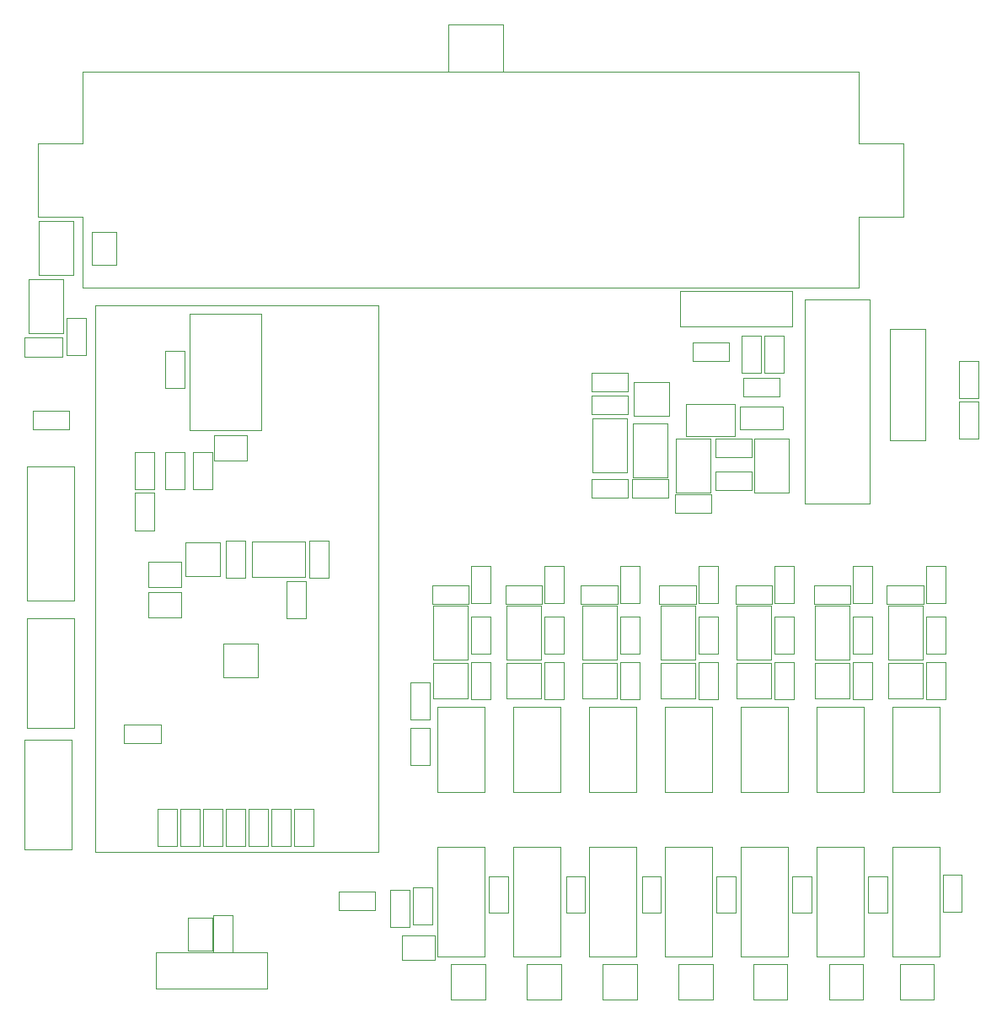
<source format=gbr>
G04 #@! TF.GenerationSoftware,KiCad,Pcbnew,(5.1.5)-3*
G04 #@! TF.CreationDate,2020-11-29T03:44:09+01:00*
G04 #@! TF.ProjectId,PlantCtrlESP32,506c616e-7443-4747-926c-45535033322e,rev?*
G04 #@! TF.SameCoordinates,Original*
G04 #@! TF.FileFunction,Other,User*
%FSLAX46Y46*%
G04 Gerber Fmt 4.6, Leading zero omitted, Abs format (unit mm)*
G04 Created by KiCad (PCBNEW (5.1.5)-3) date 2020-11-29 03:44:09*
%MOMM*%
%LPD*%
G04 APERTURE LIST*
%ADD10C,0.050000*%
G04 APERTURE END LIST*
D10*
X212024000Y-125658000D02*
X212024000Y-129358000D01*
X210124000Y-125658000D02*
X212024000Y-125658000D01*
X210124000Y-129358000D02*
X210124000Y-125658000D01*
X212024000Y-129358000D02*
X210124000Y-129358000D01*
X211770000Y-109656000D02*
X211770000Y-113356000D01*
X209870000Y-109656000D02*
X211770000Y-109656000D01*
X209870000Y-113356000D02*
X209870000Y-109656000D01*
X211770000Y-113356000D02*
X209870000Y-113356000D01*
X263586000Y-103052000D02*
X263586000Y-106752000D01*
X261686000Y-103052000D02*
X263586000Y-103052000D01*
X261686000Y-106752000D02*
X261686000Y-103052000D01*
X263586000Y-106752000D02*
X261686000Y-106752000D01*
X240726000Y-103015500D02*
X240726000Y-106715500D01*
X238826000Y-103015500D02*
X240726000Y-103015500D01*
X238826000Y-106715500D02*
X238826000Y-103015500D01*
X240726000Y-106715500D02*
X238826000Y-106715500D01*
X256220000Y-103052000D02*
X256220000Y-106752000D01*
X254320000Y-103052000D02*
X256220000Y-103052000D01*
X254320000Y-106752000D02*
X254320000Y-103052000D01*
X256220000Y-106752000D02*
X254320000Y-106752000D01*
X232852000Y-103015500D02*
X232852000Y-106715500D01*
X230952000Y-103015500D02*
X232852000Y-103015500D01*
X230952000Y-106715500D02*
X230952000Y-103015500D01*
X232852000Y-106715500D02*
X230952000Y-106715500D01*
X248346000Y-103052000D02*
X248346000Y-106752000D01*
X246446000Y-103052000D02*
X248346000Y-103052000D01*
X246446000Y-106752000D02*
X246446000Y-103052000D01*
X248346000Y-106752000D02*
X246446000Y-106752000D01*
X225232000Y-103015500D02*
X225232000Y-106715500D01*
X223332000Y-103015500D02*
X225232000Y-103015500D01*
X223332000Y-106715500D02*
X223332000Y-103015500D01*
X225232000Y-106715500D02*
X223332000Y-106715500D01*
X217866000Y-103052000D02*
X217866000Y-106752000D01*
X215966000Y-103052000D02*
X217866000Y-103052000D01*
X215966000Y-106752000D02*
X215966000Y-103052000D01*
X217866000Y-106752000D02*
X215966000Y-106752000D01*
X187132000Y-71810000D02*
X187132000Y-75510000D01*
X185232000Y-71810000D02*
X187132000Y-71810000D01*
X185232000Y-75510000D02*
X185232000Y-71810000D01*
X187132000Y-75510000D02*
X185232000Y-75510000D01*
X243260000Y-74488000D02*
X246960000Y-74488000D01*
X243260000Y-76388000D02*
X243260000Y-74488000D01*
X246960000Y-76388000D02*
X243260000Y-76388000D01*
X246960000Y-74488000D02*
X246960000Y-76388000D01*
X241880000Y-72832000D02*
X238180000Y-72832000D01*
X241880000Y-70932000D02*
X241880000Y-72832000D01*
X238180000Y-70932000D02*
X241880000Y-70932000D01*
X238180000Y-72832000D02*
X238180000Y-70932000D01*
X235811000Y-78281000D02*
X232311000Y-78281000D01*
X235811000Y-74881000D02*
X235811000Y-78281000D01*
X232311000Y-74881000D02*
X235811000Y-74881000D01*
X232311000Y-78281000D02*
X232311000Y-74881000D01*
X209028000Y-130434000D02*
X212328000Y-130434000D01*
X209028000Y-130434000D02*
X209028000Y-132934000D01*
X212328000Y-132934000D02*
X212328000Y-130434000D01*
X212328000Y-132934000D02*
X209028000Y-132934000D01*
X182154000Y-89785500D02*
X182154000Y-86025500D01*
X184114000Y-89785500D02*
X182154000Y-89785500D01*
X184114000Y-86025500D02*
X184114000Y-89785500D01*
X182154000Y-86025500D02*
X184114000Y-86025500D01*
X258042000Y-69574000D02*
X261592000Y-69574000D01*
X261592000Y-69574000D02*
X261592000Y-80774000D01*
X261592000Y-80774000D02*
X258042000Y-80774000D01*
X258042000Y-80774000D02*
X258042000Y-69574000D01*
X195475000Y-135785000D02*
X195475000Y-132185000D01*
X184275000Y-135785000D02*
X195475000Y-135785000D01*
X184275000Y-132185000D02*
X184275000Y-135785000D01*
X195475000Y-132185000D02*
X184275000Y-132185000D01*
X194877000Y-79729000D02*
X187647000Y-79729000D01*
X194877000Y-68099000D02*
X194877000Y-79729000D01*
X187647000Y-68099000D02*
X194877000Y-68099000D01*
X187647000Y-79729000D02*
X187647000Y-68099000D01*
X228020000Y-73980000D02*
X231720000Y-73980000D01*
X228020000Y-75880000D02*
X228020000Y-73980000D01*
X231720000Y-75880000D02*
X228020000Y-75880000D01*
X231720000Y-73980000D02*
X231720000Y-75880000D01*
X181046000Y-109286000D02*
X184746000Y-109286000D01*
X181046000Y-111186000D02*
X181046000Y-109286000D01*
X184746000Y-111186000D02*
X181046000Y-111186000D01*
X184746000Y-109286000D02*
X184746000Y-111186000D01*
X265237000Y-124388000D02*
X265237000Y-128088000D01*
X263337000Y-124388000D02*
X265237000Y-124388000D01*
X263337000Y-128088000D02*
X263337000Y-124388000D01*
X265237000Y-128088000D02*
X263337000Y-128088000D01*
X193228000Y-90860000D02*
X193228000Y-94560000D01*
X191328000Y-90860000D02*
X193228000Y-90860000D01*
X191328000Y-94560000D02*
X191328000Y-90860000D01*
X193228000Y-94560000D02*
X191328000Y-94560000D01*
X261686000Y-97100000D02*
X261686000Y-93400000D01*
X263586000Y-97100000D02*
X261686000Y-97100000D01*
X263586000Y-93400000D02*
X263586000Y-97100000D01*
X261686000Y-93400000D02*
X263586000Y-93400000D01*
X197424000Y-98624000D02*
X197424000Y-94924000D01*
X199324000Y-98624000D02*
X197424000Y-98624000D01*
X199324000Y-94924000D02*
X199324000Y-98624000D01*
X197424000Y-94924000D02*
X199324000Y-94924000D01*
X257744000Y-124515000D02*
X257744000Y-128215000D01*
X255844000Y-124515000D02*
X257744000Y-124515000D01*
X255844000Y-128215000D02*
X255844000Y-124515000D01*
X257744000Y-128215000D02*
X255844000Y-128215000D01*
X254320000Y-97100000D02*
X254320000Y-93400000D01*
X256220000Y-97100000D02*
X254320000Y-97100000D01*
X256220000Y-93400000D02*
X256220000Y-97100000D01*
X254320000Y-93400000D02*
X256220000Y-93400000D01*
X250124000Y-124515000D02*
X250124000Y-128215000D01*
X248224000Y-124515000D02*
X250124000Y-124515000D01*
X248224000Y-128215000D02*
X248224000Y-124515000D01*
X250124000Y-128215000D02*
X248224000Y-128215000D01*
X246446000Y-97100000D02*
X246446000Y-93400000D01*
X248346000Y-97100000D02*
X246446000Y-97100000D01*
X248346000Y-93400000D02*
X248346000Y-97100000D01*
X246446000Y-93400000D02*
X248346000Y-93400000D01*
X242504000Y-124515000D02*
X242504000Y-128215000D01*
X240604000Y-124515000D02*
X242504000Y-124515000D01*
X240604000Y-128215000D02*
X240604000Y-124515000D01*
X242504000Y-128215000D02*
X240604000Y-128215000D01*
X238826000Y-97116000D02*
X238826000Y-93416000D01*
X240726000Y-97116000D02*
X238826000Y-97116000D01*
X240726000Y-93416000D02*
X240726000Y-97116000D01*
X238826000Y-93416000D02*
X240726000Y-93416000D01*
X235011000Y-124515000D02*
X235011000Y-128215000D01*
X233111000Y-124515000D02*
X235011000Y-124515000D01*
X233111000Y-128215000D02*
X233111000Y-124515000D01*
X235011000Y-128215000D02*
X233111000Y-128215000D01*
X230952000Y-97116000D02*
X230952000Y-93416000D01*
X232852000Y-97116000D02*
X230952000Y-97116000D01*
X232852000Y-93416000D02*
X232852000Y-97116000D01*
X230952000Y-93416000D02*
X232852000Y-93416000D01*
X227391000Y-124499000D02*
X227391000Y-128199000D01*
X225491000Y-124499000D02*
X227391000Y-124499000D01*
X225491000Y-128199000D02*
X225491000Y-124499000D01*
X227391000Y-128199000D02*
X225491000Y-128199000D01*
X223332000Y-97116000D02*
X223332000Y-93416000D01*
X225232000Y-97116000D02*
X223332000Y-97116000D01*
X225232000Y-93416000D02*
X225232000Y-97116000D01*
X223332000Y-93416000D02*
X225232000Y-93416000D01*
X219644000Y-124499000D02*
X219644000Y-128199000D01*
X217744000Y-124499000D02*
X219644000Y-124499000D01*
X217744000Y-128199000D02*
X217744000Y-124499000D01*
X219644000Y-128199000D02*
X217744000Y-128199000D01*
X215966000Y-97100000D02*
X215966000Y-93400000D01*
X217866000Y-97100000D02*
X215966000Y-97100000D01*
X217866000Y-93400000D02*
X217866000Y-97100000D01*
X215966000Y-93400000D02*
X217866000Y-93400000D01*
X207838000Y-129612000D02*
X207838000Y-125912000D01*
X209738000Y-129612000D02*
X207838000Y-129612000D01*
X209738000Y-125912000D02*
X209738000Y-129612000D01*
X207838000Y-125912000D02*
X209738000Y-125912000D01*
X209870000Y-108784000D02*
X209870000Y-105084000D01*
X211770000Y-108784000D02*
X209870000Y-108784000D01*
X211770000Y-105084000D02*
X211770000Y-108784000D01*
X209870000Y-105084000D02*
X211770000Y-105084000D01*
X235784000Y-86548000D02*
X232084000Y-86548000D01*
X235784000Y-84648000D02*
X235784000Y-86548000D01*
X232084000Y-84648000D02*
X235784000Y-84648000D01*
X232084000Y-86548000D02*
X232084000Y-84648000D01*
X240102000Y-88072000D02*
X236402000Y-88072000D01*
X240102000Y-86172000D02*
X240102000Y-88072000D01*
X236402000Y-86172000D02*
X240102000Y-86172000D01*
X236402000Y-88072000D02*
X236402000Y-86172000D01*
X206320000Y-127950000D02*
X202620000Y-127950000D01*
X206320000Y-126050000D02*
X206320000Y-127950000D01*
X202620000Y-126050000D02*
X206320000Y-126050000D01*
X202620000Y-127950000D02*
X202620000Y-126050000D01*
X228020000Y-84648000D02*
X231720000Y-84648000D01*
X228020000Y-86548000D02*
X228020000Y-84648000D01*
X231720000Y-86548000D02*
X228020000Y-86548000D01*
X231720000Y-84648000D02*
X231720000Y-86548000D01*
X244166000Y-82484000D02*
X240466000Y-82484000D01*
X244166000Y-80584000D02*
X244166000Y-82484000D01*
X240466000Y-80584000D02*
X244166000Y-80584000D01*
X240466000Y-82484000D02*
X240466000Y-80584000D01*
X228020000Y-76266000D02*
X231720000Y-76266000D01*
X228020000Y-78166000D02*
X228020000Y-76266000D01*
X231720000Y-78166000D02*
X228020000Y-78166000D01*
X231720000Y-76266000D02*
X231720000Y-78166000D01*
X240466000Y-83886000D02*
X244166000Y-83886000D01*
X240466000Y-85786000D02*
X240466000Y-83886000D01*
X244166000Y-85786000D02*
X240466000Y-85786000D01*
X244166000Y-83886000D02*
X244166000Y-85786000D01*
X257722000Y-95316000D02*
X261422000Y-95316000D01*
X257722000Y-97216000D02*
X257722000Y-95316000D01*
X261422000Y-97216000D02*
X257722000Y-97216000D01*
X261422000Y-95316000D02*
X261422000Y-97216000D01*
X261686000Y-102164000D02*
X261686000Y-98464000D01*
X263586000Y-102164000D02*
X261686000Y-102164000D01*
X263586000Y-98464000D02*
X263586000Y-102164000D01*
X261686000Y-98464000D02*
X263586000Y-98464000D01*
X234862000Y-95316000D02*
X238562000Y-95316000D01*
X234862000Y-97216000D02*
X234862000Y-95316000D01*
X238562000Y-97216000D02*
X234862000Y-97216000D01*
X238562000Y-95316000D02*
X238562000Y-97216000D01*
X201610000Y-90860000D02*
X201610000Y-94560000D01*
X199710000Y-90860000D02*
X201610000Y-90860000D01*
X199710000Y-94560000D02*
X199710000Y-90860000D01*
X201610000Y-94560000D02*
X199710000Y-94560000D01*
X238826000Y-102196000D02*
X238826000Y-98496000D01*
X240726000Y-102196000D02*
X238826000Y-102196000D01*
X240726000Y-98496000D02*
X240726000Y-102196000D01*
X238826000Y-98496000D02*
X240726000Y-98496000D01*
X250372000Y-95316000D02*
X254072000Y-95316000D01*
X250372000Y-97216000D02*
X250372000Y-95316000D01*
X254072000Y-97216000D02*
X250372000Y-97216000D01*
X254072000Y-95316000D02*
X254072000Y-97216000D01*
X254320000Y-102180000D02*
X254320000Y-98480000D01*
X256220000Y-102180000D02*
X254320000Y-102180000D01*
X256220000Y-98480000D02*
X256220000Y-102180000D01*
X254320000Y-98480000D02*
X256220000Y-98480000D01*
X226988000Y-95316000D02*
X230688000Y-95316000D01*
X226988000Y-97216000D02*
X226988000Y-95316000D01*
X230688000Y-97216000D02*
X226988000Y-97216000D01*
X230688000Y-95316000D02*
X230688000Y-97216000D01*
X230952000Y-102196000D02*
X230952000Y-98496000D01*
X232852000Y-102196000D02*
X230952000Y-102196000D01*
X232852000Y-98496000D02*
X232852000Y-102196000D01*
X230952000Y-98496000D02*
X232852000Y-98496000D01*
X242498000Y-95316000D02*
X246198000Y-95316000D01*
X242498000Y-97216000D02*
X242498000Y-95316000D01*
X246198000Y-97216000D02*
X242498000Y-97216000D01*
X246198000Y-95316000D02*
X246198000Y-97216000D01*
X246446000Y-102180000D02*
X246446000Y-98480000D01*
X248346000Y-102180000D02*
X246446000Y-102180000D01*
X248346000Y-98480000D02*
X248346000Y-102180000D01*
X246446000Y-98480000D02*
X248346000Y-98480000D01*
X223084000Y-97216000D02*
X219384000Y-97216000D01*
X223084000Y-95316000D02*
X223084000Y-97216000D01*
X219384000Y-95316000D02*
X223084000Y-95316000D01*
X219384000Y-97216000D02*
X219384000Y-95316000D01*
X223332000Y-102180000D02*
X223332000Y-98480000D01*
X225232000Y-102180000D02*
X223332000Y-102180000D01*
X225232000Y-98480000D02*
X225232000Y-102180000D01*
X223332000Y-98480000D02*
X225232000Y-98480000D01*
X212018000Y-95316000D02*
X215718000Y-95316000D01*
X212018000Y-97216000D02*
X212018000Y-95316000D01*
X215718000Y-97216000D02*
X212018000Y-97216000D01*
X215718000Y-95316000D02*
X215718000Y-97216000D01*
X215966000Y-102180000D02*
X215966000Y-98480000D01*
X217866000Y-102180000D02*
X215966000Y-102180000D01*
X217866000Y-98480000D02*
X217866000Y-102180000D01*
X215966000Y-98480000D02*
X217866000Y-98480000D01*
X185232000Y-85670000D02*
X185232000Y-81970000D01*
X187132000Y-85670000D02*
X185232000Y-85670000D01*
X187132000Y-81970000D02*
X187132000Y-85670000D01*
X185232000Y-81970000D02*
X187132000Y-81970000D01*
X189926000Y-81970000D02*
X189926000Y-85670000D01*
X188026000Y-81970000D02*
X189926000Y-81970000D01*
X188026000Y-85670000D02*
X188026000Y-81970000D01*
X189926000Y-85670000D02*
X188026000Y-85670000D01*
X266888000Y-72826000D02*
X266888000Y-76526000D01*
X264988000Y-72826000D02*
X266888000Y-72826000D01*
X264988000Y-76526000D02*
X264988000Y-72826000D01*
X266888000Y-76526000D02*
X264988000Y-76526000D01*
X266888000Y-76890000D02*
X266888000Y-80590000D01*
X264988000Y-76890000D02*
X266888000Y-76890000D01*
X264988000Y-80590000D02*
X264988000Y-76890000D01*
X266888000Y-80590000D02*
X264988000Y-80590000D01*
X235684000Y-84488000D02*
X232184000Y-84488000D01*
X235684000Y-79088000D02*
X235684000Y-84488000D01*
X232184000Y-79088000D02*
X235684000Y-79088000D01*
X232184000Y-84488000D02*
X232184000Y-79088000D01*
X240002000Y-86012000D02*
X236502000Y-86012000D01*
X240002000Y-80612000D02*
X240002000Y-86012000D01*
X236502000Y-80612000D02*
X240002000Y-80612000D01*
X236502000Y-86012000D02*
X236502000Y-80612000D01*
X228120000Y-78580000D02*
X231620000Y-78580000D01*
X228120000Y-83980000D02*
X228120000Y-78580000D01*
X231620000Y-83980000D02*
X228120000Y-83980000D01*
X231620000Y-78580000D02*
X231620000Y-83980000D01*
X247876000Y-86012000D02*
X244376000Y-86012000D01*
X247876000Y-80612000D02*
X247876000Y-86012000D01*
X244376000Y-80612000D02*
X247876000Y-80612000D01*
X244376000Y-86012000D02*
X244376000Y-80612000D01*
X257838000Y-97376000D02*
X261338000Y-97376000D01*
X257838000Y-102776000D02*
X257838000Y-97376000D01*
X261338000Y-102776000D02*
X257838000Y-102776000D01*
X261338000Y-97376000D02*
X261338000Y-102776000D01*
X234978000Y-97376000D02*
X238478000Y-97376000D01*
X234978000Y-102776000D02*
X234978000Y-97376000D01*
X238478000Y-102776000D02*
X234978000Y-102776000D01*
X238478000Y-97376000D02*
X238478000Y-102776000D01*
X199296000Y-90960000D02*
X199296000Y-94460000D01*
X193896000Y-90960000D02*
X199296000Y-90960000D01*
X193896000Y-94460000D02*
X193896000Y-90960000D01*
X199296000Y-94460000D02*
X193896000Y-94460000D01*
X250472000Y-97376000D02*
X253972000Y-97376000D01*
X250472000Y-102776000D02*
X250472000Y-97376000D01*
X253972000Y-102776000D02*
X250472000Y-102776000D01*
X253972000Y-97376000D02*
X253972000Y-102776000D01*
X227104000Y-97376000D02*
X230604000Y-97376000D01*
X227104000Y-102776000D02*
X227104000Y-97376000D01*
X230604000Y-102776000D02*
X227104000Y-102776000D01*
X230604000Y-97376000D02*
X230604000Y-102776000D01*
X242598000Y-97376000D02*
X246098000Y-97376000D01*
X242598000Y-102776000D02*
X242598000Y-97376000D01*
X246098000Y-102776000D02*
X242598000Y-102776000D01*
X246098000Y-97376000D02*
X246098000Y-102776000D01*
X219484000Y-97376000D02*
X222984000Y-97376000D01*
X219484000Y-102776000D02*
X219484000Y-97376000D01*
X222984000Y-102776000D02*
X219484000Y-102776000D01*
X222984000Y-97376000D02*
X222984000Y-102776000D01*
X212118000Y-97376000D02*
X215618000Y-97376000D01*
X212118000Y-102776000D02*
X212118000Y-97376000D01*
X215618000Y-102776000D02*
X212118000Y-102776000D01*
X215618000Y-97376000D02*
X215618000Y-102776000D01*
X175836000Y-121792000D02*
X175836000Y-110792000D01*
X171036000Y-121792000D02*
X175836000Y-121792000D01*
X171036000Y-110792000D02*
X171036000Y-121792000D01*
X175836000Y-110792000D02*
X171036000Y-110792000D01*
X255980000Y-66634000D02*
X255980000Y-87134000D01*
X255980000Y-66634000D02*
X249480000Y-66634000D01*
X249480000Y-87134000D02*
X255980000Y-87134000D01*
X249480000Y-87134000D02*
X249480000Y-66634000D01*
X198156000Y-121514000D02*
X198156000Y-117754000D01*
X200116000Y-121514000D02*
X198156000Y-121514000D01*
X200116000Y-117754000D02*
X200116000Y-121514000D01*
X198156000Y-117754000D02*
X200116000Y-117754000D01*
X195870000Y-121514000D02*
X195870000Y-117754000D01*
X197830000Y-121514000D02*
X195870000Y-121514000D01*
X197830000Y-117754000D02*
X197830000Y-121514000D01*
X195870000Y-117754000D02*
X197830000Y-117754000D01*
X193584000Y-121514000D02*
X193584000Y-117754000D01*
X195544000Y-121514000D02*
X193584000Y-121514000D01*
X195544000Y-117754000D02*
X195544000Y-121514000D01*
X193584000Y-117754000D02*
X195544000Y-117754000D01*
X191298000Y-121514000D02*
X191298000Y-117754000D01*
X193258000Y-121514000D02*
X191298000Y-121514000D01*
X193258000Y-117754000D02*
X193258000Y-121514000D01*
X191298000Y-117754000D02*
X193258000Y-117754000D01*
X189012000Y-121514000D02*
X189012000Y-117754000D01*
X190972000Y-121514000D02*
X189012000Y-121514000D01*
X190972000Y-117754000D02*
X190972000Y-121514000D01*
X189012000Y-117754000D02*
X190972000Y-117754000D01*
X186726000Y-121514000D02*
X186726000Y-117754000D01*
X188686000Y-121514000D02*
X186726000Y-121514000D01*
X188686000Y-117754000D02*
X188686000Y-121514000D01*
X186726000Y-117754000D02*
X188686000Y-117754000D01*
X184440000Y-121514000D02*
X184440000Y-117754000D01*
X186400000Y-121514000D02*
X184440000Y-121514000D01*
X186400000Y-117754000D02*
X186400000Y-121514000D01*
X184440000Y-117754000D02*
X186400000Y-117754000D01*
X184114000Y-81940000D02*
X184114000Y-85700000D01*
X182154000Y-81940000D02*
X184114000Y-81940000D01*
X182154000Y-85700000D02*
X182154000Y-81940000D01*
X184114000Y-85700000D02*
X182154000Y-85700000D01*
X175326000Y-72208000D02*
X175326000Y-68508000D01*
X177226000Y-72208000D02*
X175326000Y-72208000D01*
X177226000Y-68508000D02*
X177226000Y-72208000D01*
X175326000Y-68508000D02*
X177226000Y-68508000D01*
X171886000Y-77790000D02*
X175586000Y-77790000D01*
X171886000Y-79690000D02*
X171886000Y-77790000D01*
X175586000Y-79690000D02*
X171886000Y-79690000D01*
X175586000Y-77790000D02*
X175586000Y-79690000D01*
X243144000Y-73986000D02*
X243144000Y-70286000D01*
X245044000Y-73986000D02*
X243144000Y-73986000D01*
X245044000Y-70286000D02*
X245044000Y-73986000D01*
X243144000Y-70286000D02*
X245044000Y-70286000D01*
X247330000Y-70286000D02*
X247330000Y-73986000D01*
X245430000Y-70286000D02*
X247330000Y-70286000D01*
X245430000Y-73986000D02*
X245430000Y-70286000D01*
X247330000Y-73986000D02*
X245430000Y-73986000D01*
X191958000Y-128452000D02*
X191958000Y-132152000D01*
X190058000Y-128452000D02*
X191958000Y-128452000D01*
X190058000Y-132152000D02*
X190058000Y-128452000D01*
X191958000Y-132152000D02*
X190058000Y-132152000D01*
X242443500Y-80320000D02*
X237543500Y-80320000D01*
X242443500Y-77160000D02*
X242443500Y-80320000D01*
X237543500Y-77160000D02*
X242443500Y-77160000D01*
X237543500Y-80320000D02*
X237543500Y-77160000D01*
X193420000Y-82784000D02*
X190120000Y-82784000D01*
X193420000Y-82784000D02*
X193420000Y-80284000D01*
X190120000Y-80284000D02*
X190120000Y-82784000D01*
X190120000Y-80284000D02*
X193420000Y-80284000D01*
X187472000Y-131952000D02*
X187472000Y-128652000D01*
X187472000Y-131952000D02*
X189972000Y-131952000D01*
X189972000Y-128652000D02*
X187472000Y-128652000D01*
X189972000Y-128652000D02*
X189972000Y-131952000D01*
X183516000Y-96032000D02*
X186816000Y-96032000D01*
X183516000Y-96032000D02*
X183516000Y-98532000D01*
X186816000Y-98532000D02*
X186816000Y-96032000D01*
X186816000Y-98532000D02*
X183516000Y-98532000D01*
X183516000Y-92984000D02*
X186816000Y-92984000D01*
X183516000Y-92984000D02*
X183516000Y-95484000D01*
X186816000Y-95484000D02*
X186816000Y-92984000D01*
X186816000Y-95484000D02*
X183516000Y-95484000D01*
X177820000Y-63118000D02*
X177820000Y-59818000D01*
X177820000Y-63118000D02*
X180320000Y-63118000D01*
X180320000Y-59818000D02*
X177820000Y-59818000D01*
X180320000Y-59818000D02*
X180320000Y-63118000D01*
X248160000Y-69364000D02*
X236960000Y-69364000D01*
X248160000Y-65814000D02*
X248160000Y-69364000D01*
X236960000Y-65814000D02*
X248160000Y-65814000D01*
X236960000Y-69364000D02*
X236960000Y-65814000D01*
X176090000Y-109600000D02*
X176090000Y-98600000D01*
X171290000Y-109600000D02*
X176090000Y-109600000D01*
X171290000Y-98600000D02*
X171290000Y-109600000D01*
X176090000Y-98600000D02*
X171290000Y-98600000D01*
X259031000Y-136878000D02*
X259031000Y-133378000D01*
X262431000Y-136878000D02*
X259031000Y-136878000D01*
X262431000Y-133378000D02*
X262431000Y-136878000D01*
X259031000Y-133378000D02*
X262431000Y-133378000D01*
X191036000Y-101170000D02*
X194536000Y-101170000D01*
X191036000Y-104570000D02*
X191036000Y-101170000D01*
X194536000Y-104570000D02*
X191036000Y-104570000D01*
X194536000Y-101170000D02*
X194536000Y-104570000D01*
X187226000Y-91010000D02*
X190726000Y-91010000D01*
X187226000Y-94410000D02*
X187226000Y-91010000D01*
X190726000Y-94410000D02*
X187226000Y-94410000D01*
X190726000Y-91010000D02*
X190726000Y-94410000D01*
X251919000Y-136878000D02*
X251919000Y-133378000D01*
X255319000Y-136878000D02*
X251919000Y-136878000D01*
X255319000Y-133378000D02*
X255319000Y-136878000D01*
X251919000Y-133378000D02*
X255319000Y-133378000D01*
X244299000Y-136878000D02*
X244299000Y-133378000D01*
X247699000Y-136878000D02*
X244299000Y-136878000D01*
X247699000Y-133378000D02*
X247699000Y-136878000D01*
X244299000Y-133378000D02*
X247699000Y-133378000D01*
X236806000Y-136878000D02*
X236806000Y-133378000D01*
X240206000Y-136878000D02*
X236806000Y-136878000D01*
X240206000Y-133378000D02*
X240206000Y-136878000D01*
X236806000Y-133378000D02*
X240206000Y-133378000D01*
X229186000Y-136878000D02*
X229186000Y-133378000D01*
X232586000Y-136878000D02*
X229186000Y-136878000D01*
X232586000Y-133378000D02*
X232586000Y-136878000D01*
X229186000Y-133378000D02*
X232586000Y-133378000D01*
X221566000Y-136878000D02*
X221566000Y-133378000D01*
X224966000Y-136878000D02*
X221566000Y-136878000D01*
X224966000Y-133378000D02*
X224966000Y-136878000D01*
X221566000Y-133378000D02*
X224966000Y-133378000D01*
X213946000Y-136878000D02*
X213946000Y-133378000D01*
X217346000Y-136878000D02*
X213946000Y-136878000D01*
X217346000Y-133378000D02*
X217346000Y-136878000D01*
X213946000Y-133378000D02*
X217346000Y-133378000D01*
X247310000Y-79636000D02*
X247310000Y-77336000D01*
X242910000Y-77336000D02*
X247310000Y-77336000D01*
X242910000Y-79636000D02*
X242910000Y-77336000D01*
X247310000Y-79636000D02*
X242910000Y-79636000D01*
X172400000Y-50930000D02*
X172400000Y-58290000D01*
X176870000Y-43780000D02*
X176870000Y-50930000D01*
X254930000Y-43780000D02*
X176870000Y-43780000D01*
X254930000Y-65440000D02*
X176870000Y-65440000D01*
X176870000Y-65440000D02*
X176870000Y-58290000D01*
X254930000Y-43780000D02*
X254930000Y-50930000D01*
X254930000Y-65440000D02*
X254930000Y-58290000D01*
X176870000Y-50930000D02*
X172400000Y-50930000D01*
X172400000Y-58290000D02*
X176870000Y-58290000D01*
X259400000Y-58290000D02*
X254930000Y-58290000D01*
X259400000Y-50930000D02*
X259400000Y-58290000D01*
X254930000Y-50930000D02*
X259400000Y-50930000D01*
X178205000Y-67215000D02*
X206605000Y-67215000D01*
X206605000Y-67215000D02*
X206605000Y-122115000D01*
X206605000Y-122115000D02*
X178205000Y-122115000D01*
X178205000Y-122115000D02*
X178205000Y-67215000D01*
X219138000Y-43793000D02*
X213678000Y-43793000D01*
X219138000Y-43793000D02*
X219138000Y-39053000D01*
X213678000Y-39053000D02*
X213678000Y-43793000D01*
X213678000Y-39053000D02*
X219138000Y-39053000D01*
X258250000Y-121540000D02*
X258250000Y-132540000D01*
X263050000Y-121540000D02*
X258250000Y-121540000D01*
X263050000Y-132540000D02*
X263050000Y-121540000D01*
X258250000Y-132540000D02*
X263050000Y-132540000D01*
X250630000Y-121540000D02*
X250630000Y-132540000D01*
X255430000Y-121540000D02*
X250630000Y-121540000D01*
X255430000Y-132540000D02*
X255430000Y-121540000D01*
X250630000Y-132540000D02*
X255430000Y-132540000D01*
X243010000Y-121540000D02*
X243010000Y-132540000D01*
X247810000Y-121540000D02*
X243010000Y-121540000D01*
X247810000Y-132540000D02*
X247810000Y-121540000D01*
X243010000Y-132540000D02*
X247810000Y-132540000D01*
X235390000Y-121540000D02*
X235390000Y-132540000D01*
X240190000Y-121540000D02*
X235390000Y-121540000D01*
X240190000Y-132540000D02*
X240190000Y-121540000D01*
X235390000Y-132540000D02*
X240190000Y-132540000D01*
X227770000Y-121540000D02*
X227770000Y-132540000D01*
X232570000Y-121540000D02*
X227770000Y-121540000D01*
X232570000Y-132540000D02*
X232570000Y-121540000D01*
X227770000Y-132540000D02*
X232570000Y-132540000D01*
X220150000Y-121540000D02*
X220150000Y-132540000D01*
X224950000Y-121540000D02*
X220150000Y-121540000D01*
X224950000Y-132540000D02*
X224950000Y-121540000D01*
X220150000Y-132540000D02*
X224950000Y-132540000D01*
X212530000Y-121540000D02*
X212530000Y-132540000D01*
X217330000Y-121540000D02*
X212530000Y-121540000D01*
X217330000Y-132540000D02*
X217330000Y-121540000D01*
X212530000Y-132540000D02*
X217330000Y-132540000D01*
X258250000Y-107530000D02*
X258250000Y-116030000D01*
X263050000Y-107530000D02*
X258250000Y-107530000D01*
X263050000Y-116030000D02*
X263050000Y-107530000D01*
X258250000Y-116030000D02*
X263050000Y-116030000D01*
X250630000Y-107530000D02*
X250630000Y-116030000D01*
X255430000Y-107530000D02*
X250630000Y-107530000D01*
X255430000Y-116030000D02*
X255430000Y-107530000D01*
X250630000Y-116030000D02*
X255430000Y-116030000D01*
X243010000Y-107530000D02*
X243010000Y-116030000D01*
X247810000Y-107530000D02*
X243010000Y-107530000D01*
X247810000Y-116030000D02*
X247810000Y-107530000D01*
X243010000Y-116030000D02*
X247810000Y-116030000D01*
X235390000Y-107530000D02*
X235390000Y-116030000D01*
X240190000Y-107530000D02*
X235390000Y-107530000D01*
X240190000Y-116030000D02*
X240190000Y-107530000D01*
X235390000Y-116030000D02*
X240190000Y-116030000D01*
X227770000Y-107530000D02*
X227770000Y-116030000D01*
X232570000Y-107530000D02*
X227770000Y-107530000D01*
X232570000Y-116030000D02*
X232570000Y-107530000D01*
X227770000Y-116030000D02*
X232570000Y-116030000D01*
X220150000Y-107530000D02*
X220150000Y-116030000D01*
X224950000Y-107530000D02*
X220150000Y-107530000D01*
X224950000Y-116030000D02*
X224950000Y-107530000D01*
X220150000Y-116030000D02*
X224950000Y-116030000D01*
X212530000Y-107530000D02*
X212530000Y-116030000D01*
X217330000Y-107530000D02*
X212530000Y-107530000D01*
X217330000Y-116030000D02*
X217330000Y-107530000D01*
X212530000Y-116030000D02*
X217330000Y-116030000D01*
X176090000Y-96860000D02*
X176090000Y-83360000D01*
X171290000Y-96860000D02*
X176090000Y-96860000D01*
X171290000Y-83360000D02*
X171290000Y-96860000D01*
X176090000Y-83360000D02*
X171290000Y-83360000D01*
X174854000Y-72354000D02*
X171094000Y-72354000D01*
X174854000Y-70394000D02*
X174854000Y-72354000D01*
X171094000Y-70394000D02*
X174854000Y-70394000D01*
X171094000Y-72354000D02*
X171094000Y-70394000D01*
X172494000Y-58768000D02*
X175994000Y-58768000D01*
X172494000Y-64168000D02*
X172494000Y-58768000D01*
X175994000Y-64168000D02*
X172494000Y-64168000D01*
X175994000Y-58768000D02*
X175994000Y-64168000D01*
X174978000Y-70010000D02*
X171478000Y-70010000D01*
X174978000Y-64610000D02*
X174978000Y-70010000D01*
X171478000Y-64610000D02*
X174978000Y-64610000D01*
X171478000Y-70010000D02*
X171478000Y-64610000D01*
X212168000Y-103152000D02*
X215568000Y-103152000D01*
X215568000Y-103152000D02*
X215568000Y-106652000D01*
X215568000Y-106652000D02*
X212168000Y-106652000D01*
X212168000Y-106652000D02*
X212168000Y-103152000D01*
X219534000Y-106652000D02*
X219534000Y-103152000D01*
X222934000Y-106652000D02*
X219534000Y-106652000D01*
X222934000Y-103152000D02*
X222934000Y-106652000D01*
X219534000Y-103152000D02*
X222934000Y-103152000D01*
X227154000Y-103152000D02*
X230554000Y-103152000D01*
X230554000Y-103152000D02*
X230554000Y-106652000D01*
X230554000Y-106652000D02*
X227154000Y-106652000D01*
X227154000Y-106652000D02*
X227154000Y-103152000D01*
X235028000Y-103152000D02*
X238428000Y-103152000D01*
X238428000Y-103152000D02*
X238428000Y-106652000D01*
X238428000Y-106652000D02*
X235028000Y-106652000D01*
X235028000Y-106652000D02*
X235028000Y-103152000D01*
X242648000Y-106652000D02*
X242648000Y-103152000D01*
X246048000Y-106652000D02*
X242648000Y-106652000D01*
X246048000Y-103152000D02*
X246048000Y-106652000D01*
X242648000Y-103152000D02*
X246048000Y-103152000D01*
X250522000Y-106652000D02*
X250522000Y-103152000D01*
X253922000Y-106652000D02*
X250522000Y-106652000D01*
X253922000Y-103152000D02*
X253922000Y-106652000D01*
X250522000Y-103152000D02*
X253922000Y-103152000D01*
X257888000Y-106652000D02*
X257888000Y-103152000D01*
X261288000Y-106652000D02*
X257888000Y-106652000D01*
X261288000Y-103152000D02*
X261288000Y-106652000D01*
X257888000Y-103152000D02*
X261288000Y-103152000D01*
M02*

</source>
